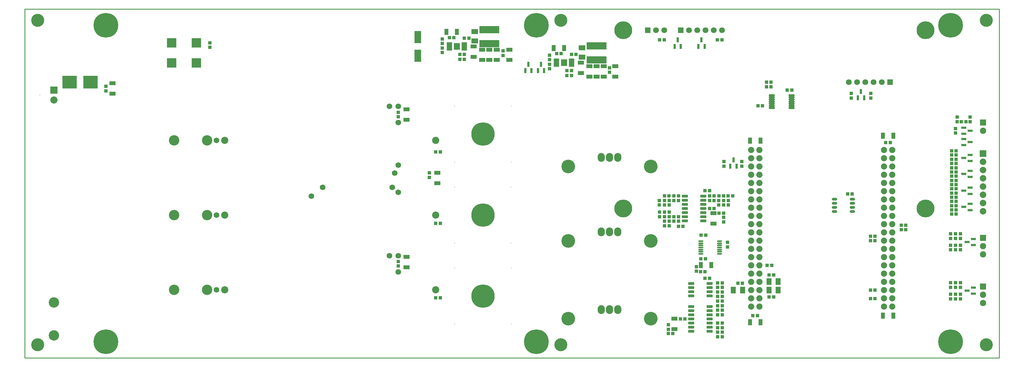
<source format=gts>
G04 Layer_Color=8388736*
%FSLAX43Y43*%
%MOMM*%
G71*
G01*
G75*
%ADD36C,0.254*%
%ADD75R,2.903X2.903*%
%ADD76O,1.550X0.500*%
%ADD77R,6.203X2.203*%
%ADD78R,0.803X1.553*%
%ADD79O,1.653X0.853*%
%ADD80R,1.543X2.003*%
%ADD81R,2.003X1.543*%
%ADD82R,1.003X1.103*%
G04:AMPARAMS|DCode=83|XSize=0.653mm|YSize=1.803mm|CornerRadius=0.151mm|HoleSize=0mm|Usage=FLASHONLY|Rotation=90.000|XOffset=0mm|YOffset=0mm|HoleType=Round|Shape=RoundedRectangle|*
%AMROUNDEDRECTD83*
21,1,0.653,1.501,0,0,90.0*
21,1,0.351,1.803,0,0,90.0*
1,1,0.302,0.750,0.175*
1,1,0.302,0.750,-0.175*
1,1,0.302,-0.750,-0.175*
1,1,0.302,-0.750,0.175*
%
%ADD83ROUNDEDRECTD83*%
%ADD84R,4.443X4.013*%
%ADD85R,2.003X3.753*%
%ADD86C,4.000*%
G04:AMPARAMS|DCode=87|XSize=0.853mm|YSize=1.853mm|CornerRadius=0.15mm|HoleSize=0mm|Usage=FLASHONLY|Rotation=90.000|XOffset=0mm|YOffset=0mm|HoleType=Round|Shape=RoundedRectangle|*
%AMROUNDEDRECTD87*
21,1,0.853,1.552,0,0,90.0*
21,1,0.552,1.853,0,0,90.0*
1,1,0.301,0.776,0.276*
1,1,0.301,0.776,-0.276*
1,1,0.301,-0.776,-0.276*
1,1,0.301,-0.776,0.276*
%
%ADD87ROUNDEDRECTD87*%
%ADD88R,1.903X1.203*%
G04:AMPARAMS|DCode=89|XSize=0.503mm|YSize=1.753mm|CornerRadius=0.151mm|HoleSize=0mm|Usage=FLASHONLY|Rotation=90.000|XOffset=0mm|YOffset=0mm|HoleType=Round|Shape=RoundedRectangle|*
%AMROUNDEDRECTD89*
21,1,0.503,1.451,0,0,90.0*
21,1,0.201,1.753,0,0,90.0*
1,1,0.302,0.726,0.101*
1,1,0.302,0.726,-0.101*
1,1,0.302,-0.726,-0.101*
1,1,0.302,-0.726,0.101*
%
%ADD89ROUNDEDRECTD89*%
G04:AMPARAMS|DCode=90|XSize=1.933mm|YSize=2.103mm|CornerRadius=0.153mm|HoleSize=0mm|Usage=FLASHONLY|Rotation=0.000|XOffset=0mm|YOffset=0mm|HoleType=Round|Shape=RoundedRectangle|*
%AMROUNDEDRECTD90*
21,1,1.933,1.796,0,0,0.0*
21,1,1.626,2.103,0,0,0.0*
1,1,0.307,0.813,-0.898*
1,1,0.307,-0.813,-0.898*
1,1,0.307,-0.813,0.898*
1,1,0.307,0.813,0.898*
%
%ADD90ROUNDEDRECTD90*%
%ADD91R,1.103X1.003*%
%ADD92R,1.553X0.803*%
%ADD93R,1.203X1.903*%
%ADD94O,2.203X2.703*%
%ADD95C,0.203*%
%ADD96C,7.203*%
%ADD97C,1.727*%
%ADD98C,2.203*%
%ADD99C,3.203*%
%ADD100C,1.803*%
%ADD101R,1.803X1.803*%
%ADD102C,7.603*%
%ADD103C,5.503*%
%ADD104C,1.903*%
%ADD105R,1.953X1.953*%
%ADD106C,1.953*%
%ADD107C,4.203*%
%ADD108R,0.203X0.203*%
%ADD109R,2.203X2.203*%
%ADD110C,2.003*%
%ADD111R,2.003X2.003*%
%ADD112C,0.803*%
D36*
X0Y0D02*
X300000D01*
Y107500D01*
X0D02*
X300000D01*
X0Y0D02*
Y107500D01*
D75*
X45190Y97110D02*
D03*
X52810D02*
D03*
Y90890D02*
D03*
X45190D02*
D03*
D76*
X208125Y35950D02*
D03*
Y35300D02*
D03*
Y34650D02*
D03*
Y34000D02*
D03*
Y33350D02*
D03*
Y32700D02*
D03*
Y32050D02*
D03*
X213875Y35950D02*
D03*
Y35300D02*
D03*
Y34650D02*
D03*
Y34000D02*
D03*
Y33350D02*
D03*
Y32700D02*
D03*
Y32050D02*
D03*
D77*
X176000Y96150D02*
D03*
Y91850D02*
D03*
X143000Y101150D02*
D03*
Y96850D02*
D03*
D78*
X157950Y88525D02*
D03*
X159850D02*
D03*
X158900Y90475D02*
D03*
X218130Y61045D02*
D03*
X219080Y59095D02*
D03*
X217180D02*
D03*
X208300Y97975D02*
D03*
X209250Y96025D02*
D03*
X207350D02*
D03*
X201000Y97975D02*
D03*
X201950Y96025D02*
D03*
X200050D02*
D03*
X257400Y82075D02*
D03*
X258350Y80125D02*
D03*
X256450D02*
D03*
X154050Y88525D02*
D03*
X155950D02*
D03*
X155000Y90475D02*
D03*
D79*
X249275Y48905D02*
D03*
Y47635D02*
D03*
Y46365D02*
D03*
Y45095D02*
D03*
X254725Y48905D02*
D03*
Y47635D02*
D03*
Y46365D02*
D03*
Y45095D02*
D03*
D80*
X229070Y20900D02*
D03*
X231930D02*
D03*
X229070Y23500D02*
D03*
X231930D02*
D03*
X218070Y20900D02*
D03*
X220930D02*
D03*
D81*
X171500Y95530D02*
D03*
Y92670D02*
D03*
X138500Y100530D02*
D03*
Y97670D02*
D03*
D82*
X260300Y18300D02*
D03*
X261700D02*
D03*
X289700Y72800D02*
D03*
X288300D02*
D03*
X214600Y98000D02*
D03*
X213200D02*
D03*
X260300Y36100D02*
D03*
X261700D02*
D03*
X271200Y39500D02*
D03*
X269800D02*
D03*
X261700Y37500D02*
D03*
X260300D02*
D03*
X269800Y40900D02*
D03*
X271200D02*
D03*
X229700Y85000D02*
D03*
X228300D02*
D03*
X229700Y83500D02*
D03*
X228300D02*
D03*
X227100Y77700D02*
D03*
X225700D02*
D03*
X210800Y51500D02*
D03*
X209400D02*
D03*
X201200Y40500D02*
D03*
X202600D02*
D03*
X209400Y24500D02*
D03*
X210800D02*
D03*
X286700Y52100D02*
D03*
X285300D02*
D03*
X286700Y50800D02*
D03*
X285300D02*
D03*
X286700Y46900D02*
D03*
X285300D02*
D03*
X286700Y45600D02*
D03*
X285300D02*
D03*
X133900Y93500D02*
D03*
X135300D02*
D03*
Y92000D02*
D03*
X133900D02*
D03*
X166900Y88500D02*
D03*
X168300D02*
D03*
Y87000D02*
D03*
X166900D02*
D03*
X127900Y63500D02*
D03*
X126500D02*
D03*
X212200Y48500D02*
D03*
X210800D02*
D03*
Y49900D02*
D03*
X212200D02*
D03*
X217900D02*
D03*
X216500D02*
D03*
X127900Y41500D02*
D03*
X126500D02*
D03*
X199800Y48500D02*
D03*
X201200D02*
D03*
Y49900D02*
D03*
X199800D02*
D03*
X127900Y18500D02*
D03*
X126500D02*
D03*
X199800Y43500D02*
D03*
X201200D02*
D03*
Y42100D02*
D03*
X199800D02*
D03*
X214700Y9300D02*
D03*
X213300D02*
D03*
X213300Y6500D02*
D03*
X214700D02*
D03*
X214700Y20300D02*
D03*
X213300D02*
D03*
Y23100D02*
D03*
X214700D02*
D03*
X214700Y14700D02*
D03*
X213300D02*
D03*
Y17500D02*
D03*
X214700D02*
D03*
X213700Y44600D02*
D03*
X215100D02*
D03*
X199500Y7500D02*
D03*
X198100D02*
D03*
X234700Y82500D02*
D03*
X236100D02*
D03*
X196800Y98000D02*
D03*
X195400D02*
D03*
X130700Y98700D02*
D03*
X132100D02*
D03*
X136700Y98500D02*
D03*
X135300D02*
D03*
X165100Y93800D02*
D03*
X163700D02*
D03*
X169700Y93500D02*
D03*
X168300D02*
D03*
X253300Y50500D02*
D03*
X254700D02*
D03*
X266430Y66370D02*
D03*
X265030D02*
D03*
X224130Y12970D02*
D03*
X225530D02*
D03*
X212200Y46000D02*
D03*
X210800D02*
D03*
X209500Y30500D02*
D03*
X208100D02*
D03*
X209400Y26600D02*
D03*
X208000D02*
D03*
X213700Y49900D02*
D03*
X215100D02*
D03*
X198300D02*
D03*
X196900D02*
D03*
X209600Y37800D02*
D03*
X208200D02*
D03*
X201800Y12000D02*
D03*
X203200D02*
D03*
X214700Y10700D02*
D03*
X213300D02*
D03*
Y7900D02*
D03*
X214700D02*
D03*
X214700Y18900D02*
D03*
X213300D02*
D03*
Y21700D02*
D03*
X214700D02*
D03*
X214700Y13300D02*
D03*
X213300D02*
D03*
Y16100D02*
D03*
X214700D02*
D03*
X285300Y56000D02*
D03*
X286700D02*
D03*
X285300Y57300D02*
D03*
X286700D02*
D03*
X285300Y61200D02*
D03*
X286700D02*
D03*
X285300Y62500D02*
D03*
X286700D02*
D03*
Y63800D02*
D03*
X285300D02*
D03*
X286700Y59900D02*
D03*
X285300D02*
D03*
X286700Y58600D02*
D03*
X285300D02*
D03*
X286700Y54700D02*
D03*
X285300D02*
D03*
X286700Y53400D02*
D03*
X285300D02*
D03*
X286700Y49500D02*
D03*
X285300D02*
D03*
X286700Y48200D02*
D03*
X285300D02*
D03*
X286700Y44300D02*
D03*
X285300D02*
D03*
X229100Y18800D02*
D03*
X230500D02*
D03*
X220900Y23000D02*
D03*
X219500D02*
D03*
X229100Y25500D02*
D03*
X230500D02*
D03*
X260300Y20900D02*
D03*
X261700D02*
D03*
X229900Y28500D02*
D03*
X228500D02*
D03*
D83*
X236050Y77050D02*
D03*
Y77700D02*
D03*
Y78350D02*
D03*
Y79000D02*
D03*
Y79650D02*
D03*
Y80300D02*
D03*
Y80950D02*
D03*
X229950Y77050D02*
D03*
Y77700D02*
D03*
Y78350D02*
D03*
Y79000D02*
D03*
Y79650D02*
D03*
Y80300D02*
D03*
Y80950D02*
D03*
D84*
X13815Y85000D02*
D03*
X20185D02*
D03*
D85*
X121000Y98875D02*
D03*
Y93125D02*
D03*
D86*
X4000Y4000D02*
D03*
X296000D02*
D03*
Y104000D02*
D03*
X4000D02*
D03*
X165000Y4000D02*
D03*
Y104000D02*
D03*
D87*
X205175Y15810D02*
D03*
Y14540D02*
D03*
Y13270D02*
D03*
Y12000D02*
D03*
Y10730D02*
D03*
Y9460D02*
D03*
Y8190D02*
D03*
X210825Y15810D02*
D03*
Y14540D02*
D03*
Y13270D02*
D03*
Y12000D02*
D03*
Y10730D02*
D03*
Y9460D02*
D03*
Y8190D02*
D03*
X205175Y22905D02*
D03*
Y21635D02*
D03*
Y20365D02*
D03*
Y19095D02*
D03*
X210825Y22905D02*
D03*
Y21635D02*
D03*
Y20365D02*
D03*
Y19095D02*
D03*
X208825Y42190D02*
D03*
Y43460D02*
D03*
Y44730D02*
D03*
Y46000D02*
D03*
Y47270D02*
D03*
Y48540D02*
D03*
Y49810D02*
D03*
X203175Y42190D02*
D03*
Y43460D02*
D03*
Y44730D02*
D03*
Y46000D02*
D03*
Y47270D02*
D03*
Y48540D02*
D03*
Y49810D02*
D03*
D88*
X200000Y8900D02*
D03*
Y12100D02*
D03*
X171200Y91000D02*
D03*
Y87800D02*
D03*
X149200Y95000D02*
D03*
Y91800D02*
D03*
X145300Y95000D02*
D03*
Y91800D02*
D03*
X181800Y86700D02*
D03*
Y89900D02*
D03*
X138200Y96000D02*
D03*
Y92800D02*
D03*
X143000Y95000D02*
D03*
Y91800D02*
D03*
X140800Y95000D02*
D03*
Y91800D02*
D03*
X178200Y89900D02*
D03*
Y86700D02*
D03*
X176000Y89900D02*
D03*
Y86700D02*
D03*
X173800Y89900D02*
D03*
Y86700D02*
D03*
X27000Y84600D02*
D03*
Y81400D02*
D03*
X212000Y44600D02*
D03*
Y41400D02*
D03*
X117500Y73400D02*
D03*
Y76600D02*
D03*
X127000Y57000D02*
D03*
Y53800D02*
D03*
X117500Y27900D02*
D03*
Y31100D02*
D03*
D89*
X168325Y92000D02*
D03*
X163675D02*
D03*
Y91500D02*
D03*
Y91000D02*
D03*
Y90500D02*
D03*
Y90000D02*
D03*
X168325Y91500D02*
D03*
Y91000D02*
D03*
Y90500D02*
D03*
Y90000D02*
D03*
X135325Y95000D02*
D03*
Y95500D02*
D03*
Y96000D02*
D03*
Y96500D02*
D03*
X130675Y95000D02*
D03*
Y95500D02*
D03*
Y96000D02*
D03*
Y96500D02*
D03*
Y97000D02*
D03*
X135325D02*
D03*
D90*
X166000Y91000D02*
D03*
X133000Y96000D02*
D03*
D91*
X285000Y18200D02*
D03*
Y19600D02*
D03*
Y21740D02*
D03*
Y23140D02*
D03*
X286500Y19600D02*
D03*
Y18200D02*
D03*
Y21740D02*
D03*
Y23140D02*
D03*
X288000Y18200D02*
D03*
Y19600D02*
D03*
Y23140D02*
D03*
Y21740D02*
D03*
Y33300D02*
D03*
Y34700D02*
D03*
Y38200D02*
D03*
Y36800D02*
D03*
X216600Y47100D02*
D03*
Y48500D02*
D03*
X195400Y44900D02*
D03*
Y43500D02*
D03*
X254400Y81500D02*
D03*
Y80100D02*
D03*
X260400Y81500D02*
D03*
Y80100D02*
D03*
X128500Y98300D02*
D03*
Y96900D02*
D03*
X161500Y93300D02*
D03*
Y91900D02*
D03*
X215100Y48500D02*
D03*
Y47100D02*
D03*
X196900Y48500D02*
D03*
Y47100D02*
D03*
X195300D02*
D03*
Y48500D02*
D03*
X196900Y43500D02*
D03*
Y44900D02*
D03*
Y40700D02*
D03*
Y42100D02*
D03*
X206700Y28100D02*
D03*
Y26700D02*
D03*
X128500Y95500D02*
D03*
Y94100D02*
D03*
X147200Y94600D02*
D03*
Y93200D02*
D03*
X161500Y89100D02*
D03*
Y90500D02*
D03*
X180000Y88000D02*
D03*
Y89400D02*
D03*
X57000Y95700D02*
D03*
Y97100D02*
D03*
X25000Y82300D02*
D03*
Y83700D02*
D03*
X220730Y60470D02*
D03*
Y59070D02*
D03*
X215230Y60470D02*
D03*
Y59070D02*
D03*
X215100Y41900D02*
D03*
Y43300D02*
D03*
X115000Y75700D02*
D03*
Y74300D02*
D03*
X213600Y48500D02*
D03*
Y47100D02*
D03*
X124500Y55600D02*
D03*
Y57000D02*
D03*
X198400Y48500D02*
D03*
Y47100D02*
D03*
X115000Y29700D02*
D03*
Y28300D02*
D03*
X198400Y43500D02*
D03*
Y44900D02*
D03*
Y40700D02*
D03*
Y42100D02*
D03*
X198100Y10200D02*
D03*
Y8800D02*
D03*
X291000Y72800D02*
D03*
Y74200D02*
D03*
X287000Y72800D02*
D03*
Y74200D02*
D03*
X286500Y38200D02*
D03*
Y36800D02*
D03*
Y33300D02*
D03*
Y34700D02*
D03*
X285000Y38200D02*
D03*
Y36800D02*
D03*
Y34700D02*
D03*
Y33300D02*
D03*
X286500Y70700D02*
D03*
Y69300D02*
D03*
X216300Y35600D02*
D03*
Y34200D02*
D03*
D92*
X290025Y20700D02*
D03*
X291975Y21650D02*
D03*
Y19750D02*
D03*
X289025Y61600D02*
D03*
X290975Y62550D02*
D03*
Y60650D02*
D03*
X289025Y56700D02*
D03*
X290975Y57650D02*
D03*
Y55750D02*
D03*
X289025Y51500D02*
D03*
X290975Y52450D02*
D03*
Y50550D02*
D03*
X289025Y46500D02*
D03*
X290975Y47450D02*
D03*
Y45550D02*
D03*
X291975Y34750D02*
D03*
Y36650D02*
D03*
X290025Y35700D02*
D03*
X289025Y70950D02*
D03*
Y69050D02*
D03*
X290975Y70000D02*
D03*
X289025Y67450D02*
D03*
Y65550D02*
D03*
X290975Y66500D02*
D03*
D93*
X129800Y100500D02*
D03*
X133000D02*
D03*
X162800Y95500D02*
D03*
X166000D02*
D03*
X223230Y66970D02*
D03*
X226430D02*
D03*
X267330Y12970D02*
D03*
X264130D02*
D03*
Y68470D02*
D03*
X267330D02*
D03*
X226430Y10970D02*
D03*
X223230D02*
D03*
X208100Y28600D02*
D03*
X211300D02*
D03*
D94*
X182550Y14900D02*
D03*
X180000D02*
D03*
X177450D02*
D03*
X182550Y61800D02*
D03*
X180000D02*
D03*
X177450D02*
D03*
Y38800D02*
D03*
X180000D02*
D03*
X182550D02*
D03*
D95*
X132350Y52650D02*
D03*
X149650Y35350D02*
D03*
Y52650D02*
D03*
X132350Y35350D02*
D03*
Y10350D02*
D03*
X149650Y27650D02*
D03*
Y10350D02*
D03*
X132350Y27650D02*
D03*
Y60350D02*
D03*
X149650Y77650D02*
D03*
Y60350D02*
D03*
X132350Y77650D02*
D03*
D96*
X141000Y44000D02*
D03*
Y19000D02*
D03*
Y69000D02*
D03*
D97*
X112250Y31500D02*
D03*
X115000Y26500D02*
D03*
Y31500D02*
D03*
X59000Y21000D02*
D03*
X91680Y52570D02*
D03*
X115000Y59380D02*
D03*
X113120Y52570D02*
D03*
X113880Y56970D02*
D03*
X115000Y51000D02*
D03*
X88200Y49800D02*
D03*
X59000Y44000D02*
D03*
X59000Y67000D02*
D03*
X115000Y77500D02*
D03*
Y72500D02*
D03*
X112250Y77500D02*
D03*
D98*
X61500Y21000D02*
D03*
X126500D02*
D03*
X9000Y79500D02*
D03*
X61500Y67000D02*
D03*
X126500D02*
D03*
X61500Y44000D02*
D03*
X126500D02*
D03*
D99*
X45920Y21000D02*
D03*
X56080D02*
D03*
X9000Y6920D02*
D03*
Y17080D02*
D03*
X45920Y67000D02*
D03*
X56080D02*
D03*
X45920Y44000D02*
D03*
X56080D02*
D03*
D100*
X212070Y101000D02*
D03*
X206990D02*
D03*
X204450D02*
D03*
X209530D02*
D03*
X214610D02*
D03*
X194290D02*
D03*
X196830D02*
D03*
X253650Y85000D02*
D03*
X258730D02*
D03*
X263810D02*
D03*
X261270D02*
D03*
X256190D02*
D03*
D101*
X201910Y101000D02*
D03*
X191750D02*
D03*
X266350Y85000D02*
D03*
D102*
X25000Y5000D02*
D03*
Y102500D02*
D03*
X157500D02*
D03*
X285000D02*
D03*
Y5000D02*
D03*
X157500Y5000D02*
D03*
D103*
X184250Y46000D02*
D03*
Y101000D02*
D03*
X277250D02*
D03*
X277250Y46000D02*
D03*
D104*
X223560Y64100D02*
D03*
Y61560D02*
D03*
Y59020D02*
D03*
Y56480D02*
D03*
Y53940D02*
D03*
Y51400D02*
D03*
Y48860D02*
D03*
Y46320D02*
D03*
Y43780D02*
D03*
Y41240D02*
D03*
Y38700D02*
D03*
Y36160D02*
D03*
Y33620D02*
D03*
Y31080D02*
D03*
Y28540D02*
D03*
Y26000D02*
D03*
Y23460D02*
D03*
Y20920D02*
D03*
Y18380D02*
D03*
Y15840D02*
D03*
X226100Y64100D02*
D03*
Y61560D02*
D03*
Y59020D02*
D03*
Y56480D02*
D03*
Y53940D02*
D03*
Y51400D02*
D03*
Y48860D02*
D03*
Y46320D02*
D03*
Y43780D02*
D03*
Y41240D02*
D03*
Y38700D02*
D03*
Y36160D02*
D03*
Y33620D02*
D03*
Y31080D02*
D03*
Y28540D02*
D03*
Y26000D02*
D03*
Y23460D02*
D03*
Y20920D02*
D03*
Y18380D02*
D03*
Y15840D02*
D03*
X267000D02*
D03*
Y18380D02*
D03*
Y20920D02*
D03*
Y23460D02*
D03*
Y26000D02*
D03*
Y28540D02*
D03*
Y31080D02*
D03*
Y33620D02*
D03*
Y36160D02*
D03*
Y38700D02*
D03*
Y41240D02*
D03*
Y43780D02*
D03*
Y46320D02*
D03*
Y48860D02*
D03*
Y51400D02*
D03*
Y53940D02*
D03*
Y56480D02*
D03*
Y59020D02*
D03*
Y61560D02*
D03*
Y64100D02*
D03*
X264460Y15840D02*
D03*
Y18380D02*
D03*
Y20920D02*
D03*
Y23460D02*
D03*
Y26000D02*
D03*
Y28540D02*
D03*
Y31080D02*
D03*
Y33620D02*
D03*
Y36160D02*
D03*
Y38700D02*
D03*
Y41240D02*
D03*
Y43780D02*
D03*
Y46320D02*
D03*
Y48860D02*
D03*
Y51400D02*
D03*
Y53940D02*
D03*
Y56480D02*
D03*
Y59020D02*
D03*
Y61560D02*
D03*
Y64100D02*
D03*
D105*
X295000Y37000D02*
D03*
Y72500D02*
D03*
Y22000D02*
D03*
D106*
Y34460D02*
D03*
Y31920D02*
D03*
Y69960D02*
D03*
Y16920D02*
D03*
Y19460D02*
D03*
D107*
X167300Y59000D02*
D03*
X192700D02*
D03*
X167300Y12100D02*
D03*
X192700D02*
D03*
Y36000D02*
D03*
X167300D02*
D03*
D108*
X4680Y81000D02*
D03*
D109*
X9000Y82500D02*
D03*
D110*
X295000Y45220D02*
D03*
Y47760D02*
D03*
Y50300D02*
D03*
Y52840D02*
D03*
Y55380D02*
D03*
Y57920D02*
D03*
Y60460D02*
D03*
D111*
Y63000D02*
D03*
D112*
X166500Y90500D02*
D03*
X165500D02*
D03*
X166500Y91500D02*
D03*
X165500D02*
D03*
X132500Y96500D02*
D03*
X133500D02*
D03*
X132500Y95500D02*
D03*
X133500D02*
D03*
M02*

</source>
